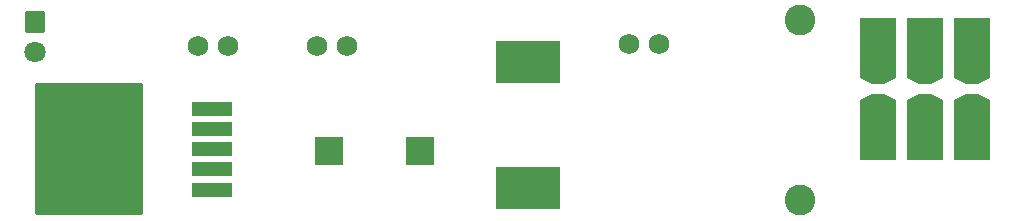
<source format=gts>
G04 Layer: TopSolderMaskLayer*
G04 EasyEDA v6.5.38, 2023-11-27 20:20:40*
G04 1703934f7ba948e8a81f3d05deb6a35c,f4da18da4fdc4ae59b3404ca65e04972,10*
G04 Gerber Generator version 0.2*
G04 Scale: 100 percent, Rotated: No, Reflected: No *
G04 Dimensions in millimeters *
G04 leading zeros omitted , absolute positions ,4 integer and 5 decimal *
%FSLAX45Y45*%
%MOMM*%

%AMMACRO1*4,1,36,-0.5,-2.8009,-0.5048,-2.8006,-0.5094,-2.8001,-0.514,-2.7988,-0.5185,-2.7973,-0.5226,-2.7955,-1.5226,-2.2954,-1.5323,-2.2893,-1.5399,-2.2812,-1.546,-2.2718,-1.5495,-2.2611,-1.5508,-2.2499,-1.5508,2.7501,-1.5483,2.7658,-1.5411,2.78,-1.53,2.7912,-1.5157,2.7983,-1.5,2.8009,1.5,2.8009,1.5157,2.7983,1.53,2.7912,1.5411,2.78,1.5483,2.7658,1.5508,2.7501,1.5508,-2.2499,1.5495,-2.2611,1.546,-2.2718,1.5399,-2.2812,1.5323,-2.2893,1.5226,-2.2954,0.5226,-2.7955,0.5185,-2.7973,0.514,-2.7988,0.5094,-2.8001,0.5048,-2.8006,0.5,-2.8009,-0.5,-2.8009,0*%
%AMMACRO2*4,1,36,-1.5,-2.8007,-1.5157,-2.7982,-1.53,-2.7911,-1.5411,-2.7799,-1.5483,-2.7657,-1.5508,-2.7499,-1.5508,2.2501,-1.5495,2.2612,-1.546,2.2719,-1.5399,2.2813,-1.5323,2.2894,-1.5226,2.2955,-0.5226,2.7954,-0.5183,2.7972,-0.514,2.7987,-0.5094,2.8,-0.5048,2.8005,-0.5,2.8007,0.5,2.8007,0.5048,2.8005,0.5094,2.8,0.514,2.7987,0.5183,2.7972,0.5226,2.7954,1.5226,2.2955,1.5323,2.2894,1.5399,2.2813,1.546,2.2719,1.5495,2.2612,1.5508,2.2501,1.5508,-2.7499,1.5483,-2.7657,1.5411,-2.7799,1.53,-2.7911,1.5157,-2.7982,1.5,-2.8007,-1.5,-2.8007,0*%
%AMMACRO3*1,1,$1,$2,$3*1,1,$1,$4,$5*1,1,$1,0-$2,0-$3*1,1,$1,0-$4,0-$5*20,1,$1,$2,$3,$4,$5,0*20,1,$1,$4,$5,0-$2,0-$3,0*20,1,$1,0-$2,0-$3,0-$4,0-$5,0*20,1,$1,0-$4,0-$5,$2,$3,0*4,1,4,$2,$3,$4,$5,0-$2,0-$3,0-$4,0-$5,$2,$3,0*%
%ADD10C,1.7272*%
%ADD11MACRO1*%
%ADD12MACRO2*%
%ADD13MACRO3,0.1016X2.7X1.75X2.7X-1.75*%
%ADD14MACRO3,0.1016X-1.15X1.15X1.15X1.15*%
%ADD15C,2.6016*%
%ADD16MACRO3,0.1016X0.7874X0.85X0.7874X-0.85*%
%ADD17C,1.8016*%
%ADD18MACRO3,0.1016X-4.5X5.5X4.5X5.5*%
%ADD19MACRO3,0.1016X-1.6793X0.51X-1.6793X-0.51*%

%LPD*%
D10*
G01*
X3327400Y5943600D03*
G01*
X3581400Y5943600D03*
D11*
G01*
X5835611Y5890793D03*
G01*
X5435612Y5890793D03*
G01*
X6235611Y5890793D03*
D12*
G01*
X5435612Y5240794D03*
G01*
X5835611Y5240794D03*
G01*
X6235611Y5240794D03*
D13*
G01*
X2476500Y5791198D03*
G01*
X2476500Y4724398D03*
D14*
G01*
X787401Y5041898D03*
G01*
X1562101Y5041898D03*
D10*
G01*
X-317500Y5930900D03*
G01*
X-63500Y5930900D03*
G01*
X685800Y5930900D03*
G01*
X939800Y5930900D03*
D15*
G01*
X4775200Y6146800D03*
G01*
X4775200Y4622800D03*
D16*
G01*
X-1701800Y6134098D03*
D17*
G01*
X-1701800Y5880100D03*
D18*
G01*
X-1242237Y5054600D03*
D19*
G01*
X-205572Y5394600D03*
G01*
X-205572Y5224599D03*
G01*
X-205572Y5054600D03*
G01*
X-205572Y4884600D03*
G01*
X-205572Y4714599D03*
M02*

</source>
